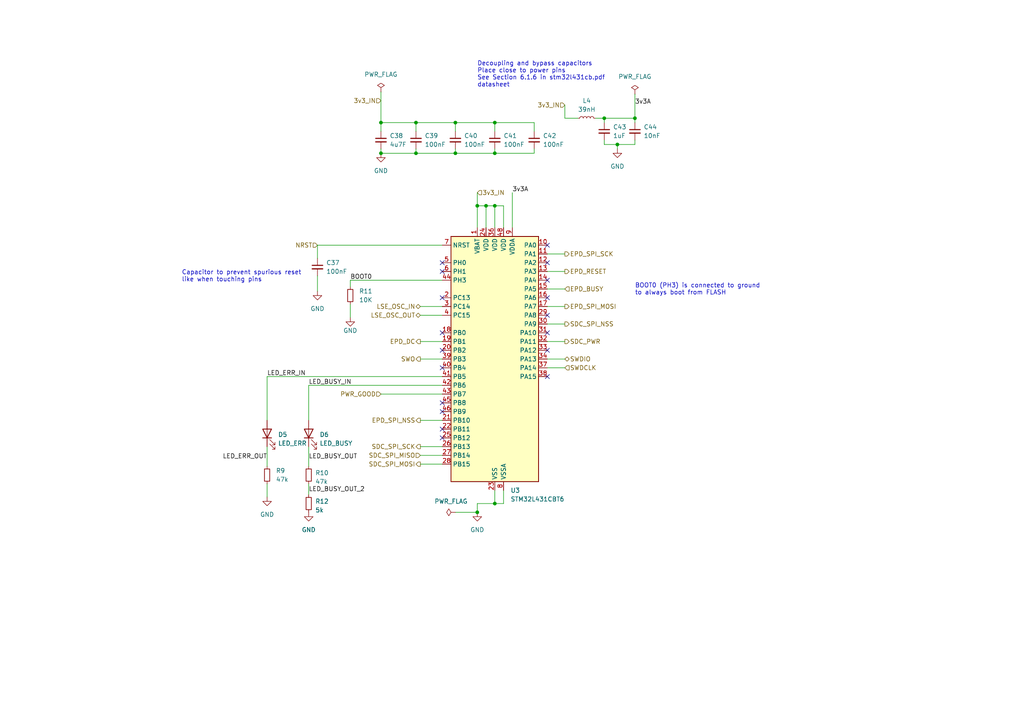
<source format=kicad_sch>
(kicad_sch (version 20230121) (generator eeschema)
  (paper "A4")
  (title_block (title "E-Paper Photo Frame") (date "2023-01-14") (rev "1.0"))
  (lib_symbols
    (symbol "Device:C_Small" (pin_numbers hide) (pin_names (offset 0.254) hide)
      (property "Reference" "C" (at 0.254 1.778 0))
      (property "Value" "C_Small" (at 0.254 -2.032 0))
      (symbol "C_Small_0_1"
        (polyline (pts (xy -1.524 -0.508) (xy 1.524 -0.508)) (stroke (width 0.3302)))
        (polyline (pts (xy -1.524 0.508) (xy 1.524 0.508)) (stroke (width 0.3048)))
      )
      (symbol "C_Small_1_1"
        (pin passive line (at 0 2.54 270) (length 2.032) (name "~") (number "1"))
        (pin passive line (at 0 -2.54 90) (length 2.032) (name "~") (number "2"))
      )
    )
    (symbol "Device:LED" (pin_numbers hide) (pin_names (offset 1.016) hide)
      (property "Reference" "D" (at 0 2.54 0))
      (property "Value" "LED" (at 0 -2.54 0))
      (symbol "LED_0_1"
        (polyline (pts (xy -1.27 -1.27) (xy -1.27 1.27)) (stroke (width 0.254)))
        (polyline (pts (xy -1.27 0) (xy 1.27 0)))
        (polyline (pts (xy 1.27 -1.27) (xy 1.27 1.27) (xy -1.27 0) (xy 1.27 -1.27)) (stroke (width 0.254)))
        (polyline (pts (xy -3.048 -0.762) (xy -4.572 -2.286) (xy -3.81 -2.286) (xy -4.572 -2.286) (xy -4.572 -1.524)))
        (polyline (pts (xy -1.778 -0.762) (xy -3.302 -2.286) (xy -2.54 -2.286) (xy -3.302 -2.286) (xy -3.302 -1.524)))
      )
      (symbol "LED_1_1"
        (pin passive line (at -3.81 0 0) (length 2.54) (name "K") (number "1"))
        (pin passive line (at 3.81 0 180) (length 2.54) (name "A") (number "2"))
      )
    )
    (symbol "Device:L_Small" (pin_numbers hide) (pin_names (offset 0.254) hide)
      (property "Reference" "L" (at 0.762 1.016 0))
      (property "Value" "L_Small" (at 0.762 -1.016 0))
      (symbol "L_Small_0_1"
        (arc (start 0 -2.032) (mid 0.5058 -1.524) (end 0 -1.016))
        (arc (start 0 -1.016) (mid 0.5058 -0.508) (end 0 0))
        (arc (start 0 0) (mid 0.5058 0.508) (end 0 1.016))
        (arc (start 0 1.016) (mid 0.5058 1.524) (end 0 2.032))
      )
      (symbol "L_Small_1_1"
        (pin passive line (at 0 2.54 270) (length 0.508) (name "~") (number "1"))
        (pin passive line (at 0 -2.54 90) (length 0.508) (name "~") (number "2"))
      )
    )
    (symbol "Device:R_Small" (pin_numbers hide) (pin_names (offset 0.254) hide)
      (property "Reference" "R" (at 0.762 0.508 0))
      (property "Value" "R_Small" (at 0.762 -1.016 0))
      (symbol "R_Small_0_1"
        (rectangle (start -0.762 1.778) (end 0.762 -1.778) (stroke (width 0.2032)))
      )
      (symbol "R_Small_1_1"
        (pin passive line (at 0 2.54 270) (length 0.762) (name "~") (number "1"))
        (pin passive line (at 0 -2.54 90) (length 0.762) (name "~") (number "2"))
      )
    )
    (symbol "MCU_ST_STM32L4:STM32L431CBTx"
      (property "Reference" "U" (at -12.7 36.83 0))
      (property "Value" "STM32L431CBTx" (at 7.62 36.83 0))
      (symbol "STM32L431CBTx_0_1"
        (rectangle (start -12.7 -35.56) (end 12.7 35.56) (stroke (width 0.254)) (fill (type background)))
      )
      (symbol "STM32L431CBTx_1_1"
        (pin power_in line (at -5.08 38.1 270) (length 2.54) (name "VBAT") (number "1"))
        (pin bidirectional line (at 15.24 33.02 180) (length 2.54) (name "PA0") (number "10"))
        (pin bidirectional line (at 15.24 30.48 180) (length 2.54) (name "PA1") (number "11"))
        (pin bidirectional line (at 15.24 27.94 180) (length 2.54) (name "PA2") (number "12"))
        (pin bidirectional line (at 15.24 25.4 180) (length 2.54) (name "PA3") (number "13"))
        (pin bidirectional line (at 15.24 22.86 180) (length 2.54) (name "PA4") (number "14"))
        (pin bidirectional line (at 15.24 20.32 180) (length 2.54) (name "PA5") (number "15"))
        (pin bidirectional line (at 15.24 17.78 180) (length 2.54) (name "PA6") (number "16"))
        (pin bidirectional line (at 15.24 15.24 180) (length 2.54) (name "PA7") (number "17"))
        (pin bidirectional line (at -15.24 7.62 0) (length 2.54) (name "PB0") (number "18"))
        (pin bidirectional line (at -15.24 5.08 0) (length 2.54) (name "PB1") (number "19"))
        (pin bidirectional line (at -15.24 17.78 0) (length 2.54) (name "PC13") (number "2"))
        (pin bidirectional line (at -15.24 2.54 0) (length 2.54) (name "PB2") (number "20"))
        (pin bidirectional line (at -15.24 -17.78 0) (length 2.54) (name "PB10") (number "21"))
        (pin bidirectional line (at -15.24 -20.32 0) (length 2.54) (name "PB11") (number "22"))
        (pin power_in line (at 0 -38.1 90) (length 2.54) (name "VSS") (number "23"))
        (pin power_in line (at -2.54 38.1 270) (length 2.54) (name "VDD") (number "24"))
        (pin bidirectional line (at -15.24 -22.86 0) (length 2.54) (name "PB12") (number "25"))
        (pin bidirectional line (at -15.24 -25.4 0) (length 2.54) (name "PB13") (number "26"))
        (pin bidirectional line (at -15.24 -27.94 0) (length 2.54) (name "PB14") (number "27"))
        (pin bidirectional line (at -15.24 -30.48 0) (length 2.54) (name "PB15") (number "28"))
        (pin bidirectional line (at 15.24 12.7 180) (length 2.54) (name "PA8") (number "29"))
        (pin bidirectional line (at -15.24 15.24 0) (length 2.54) (name "PC14") (number "3"))
        (pin bidirectional line (at 15.24 10.16 180) (length 2.54) (name "PA9") (number "30"))
        (pin bidirectional line (at 15.24 7.62 180) (length 2.54) (name "PA10") (number "31"))
        (pin bidirectional line (at 15.24 5.08 180) (length 2.54) (name "PA11") (number "32"))
        (pin bidirectional line (at 15.24 2.54 180) (length 2.54) (name "PA12") (number "33"))
        (pin bidirectional line (at 15.24 0 180) (length 2.54) (name "PA13") (number "34"))
        (pin passive line (at 0 -38.1 90) (length 2.54) hide (name "VSS") (number "35"))
        (pin power_in line (at 0 38.1 270) (length 2.54) (name "VDD") (number "36"))
        (pin bidirectional line (at 15.24 -2.54 180) (length 2.54) (name "PA14") (number "37"))
        (pin bidirectional line (at 15.24 -5.08 180) (length 2.54) (name "PA15") (number "38"))
        (pin bidirectional line (at -15.24 0 0) (length 2.54) (name "PB3") (number "39"))
        (pin bidirectional line (at -15.24 12.7 0) (length 2.54) (name "PC15") (number "4"))
        (pin bidirectional line (at -15.24 -2.54 0) (length 2.54) (name "PB4") (number "40"))
        (pin bidirectional line (at -15.24 -5.08 0) (length 2.54) (name "PB5") (number "41"))
        (pin bidirectional line (at -15.24 -7.62 0) (length 2.54) (name "PB6") (number "42"))
        (pin bidirectional line (at -15.24 -10.16 0) (length 2.54) (name "PB7") (number "43"))
        (pin bidirectional line (at -15.24 22.86 0) (length 2.54) (name "PH3") (number "44"))
        (pin bidirectional line (at -15.24 -12.7 0) (length 2.54) (name "PB8") (number "45"))
        (pin bidirectional line (at -15.24 -15.24 0) (length 2.54) (name "PB9") (number "46"))
        (pin passive line (at 0 -38.1 90) (length 2.54) hide (name "VSS") (number "47"))
        (pin power_in line (at 2.54 38.1 270) (length 2.54) (name "VDD") (number "48"))
        (pin bidirectional line (at -15.24 27.94 0) (length 2.54) (name "PH0") (number "5"))
        (pin bidirectional line (at -15.24 25.4 0) (length 2.54) (name "PH1") (number "6"))
        (pin input line (at -15.24 33.02 0) (length 2.54) (name "NRST") (number "7"))
        (pin power_in line (at 2.54 -38.1 90) (length 2.54) (name "VSSA") (number "8"))
        (pin power_in line (at 5.08 38.1 270) (length 2.54) (name "VDDA") (number "9"))
      )
    )
    (symbol "power:GND" (power) (pin_names (offset 0))
      (property "Value" "GND" (at 0 -3.81 0))
      (symbol "GND_0_1"
        (polyline (pts (xy 0 0) (xy 0 -1.27) (xy 1.27 -1.27) (xy 0 -2.54) (xy -1.27 -1.27) (xy 0 -1.27)))
      )
      (symbol "GND_1_1"
        (pin power_in line (at 0 0 270) (length 0) hide (name "GND") (number "1"))
      )
    )
    (symbol "power:PWR_FLAG" (power) (pin_numbers hide) (pin_names (offset 0) hide)
      (property "Value" "PWR_FLAG" (at 0 3.81 0))
      (symbol "PWR_FLAG_0_0"
        (pin power_out line (at 0 0 90) (length 0) (name "pwr") (number "1"))
      )
      (symbol "PWR_FLAG_0_1"
        (polyline (pts (xy 0 0) (xy 0 1.27) (xy -1.016 1.905) (xy 0 2.54) (xy 1.016 1.905) (xy 0 1.27)))
      )
    )
  )
  (junction (at 143.51 146.05))
  (junction (at 110.49 44.45))
  (junction (at 120.65 44.45))
  (junction (at 143.51 44.45))
  (junction (at 175.26 34.29))
  (junction (at 143.51 35.56))
  (junction (at 132.08 35.56))
  (junction (at 120.65 35.56))
  (junction (at 138.43 59.69))
  (junction (at 143.51 59.69))
  (junction (at 110.49 35.56))
  (junction (at 184.15 34.29))
  (junction (at 132.08 44.45))
  (junction (at 138.43 148.59))
  (junction (at 179.07 41.91))
  (junction (at 140.97 59.69))
  (no_connect (at 128.27 119.38))
  (no_connect (at 158.75 101.6))
  (no_connect (at 128.27 96.52))
  (no_connect (at 128.27 127))
  (no_connect (at 128.27 116.84))
  (no_connect (at 128.27 78.74))
  (no_connect (at 158.75 81.28))
  (no_connect (at 158.75 96.52))
  (no_connect (at 128.27 76.2))
  (no_connect (at 158.75 76.2))
  (no_connect (at 158.75 86.36))
  (no_connect (at 128.27 101.6))
  (no_connect (at 158.75 71.12))
  (no_connect (at 158.75 109.22))
  (no_connect (at 158.75 91.44))
  (no_connect (at 128.27 86.36))
  (no_connect (at 128.27 124.46))
  (no_connect (at 128.27 106.68))
  (wire (pts (xy 77.47 129.54) (xy 77.47 135.255)))
  (wire (pts (xy 143.51 59.69) (xy 143.51 66.04)))
  (wire (pts (xy 143.51 35.56) (xy 143.51 38.1)))
  (wire (pts (xy 121.92 99.06) (xy 128.27 99.06)))
  (wire (pts (xy 110.49 114.3) (xy 128.27 114.3)))
  (wire (pts (xy 175.26 34.29) (xy 175.26 35.56)))
  (wire (pts (xy 154.94 44.45) (xy 143.51 44.45)))
  (wire (pts (xy 146.05 59.69) (xy 143.51 59.69)))
  (wire (pts (xy 158.75 106.68) (xy 163.83 106.68)))
  (wire (pts (xy 132.08 35.56) (xy 132.08 38.1)))
  (wire (pts (xy 158.75 88.9) (xy 163.83 88.9)))
  (wire (pts (xy 158.75 78.74) (xy 163.83 78.74)))
  (wire (pts (xy 121.92 121.92) (xy 128.27 121.92)))
  (wire (pts (xy 77.47 109.22) (xy 128.27 109.22)))
  (wire (pts (xy 89.535 129.54) (xy 89.535 135.255)))
  (wire (pts (xy 110.49 26.67) (xy 110.49 35.56)))
  (wire (pts (xy 121.92 91.44) (xy 128.27 91.44)))
  (wire (pts (xy 184.15 40.64) (xy 184.15 41.91)))
  (wire (pts (xy 101.6 81.28) (xy 128.27 81.28)))
  (wire (pts (xy 138.43 146.05) (xy 138.43 148.59)))
  (wire (pts (xy 143.51 142.24) (xy 143.51 146.05)))
  (wire (pts (xy 110.49 43.18) (xy 110.49 44.45)))
  (wire (pts (xy 121.92 134.62) (xy 128.27 134.62)))
  (wire (pts (xy 167.64 34.29) (xy 163.83 34.29)))
  (wire (pts (xy 140.97 59.69) (xy 140.97 66.04)))
  (wire (pts (xy 158.75 83.82) (xy 163.83 83.82)))
  (wire (pts (xy 154.94 35.56) (xy 143.51 35.56)))
  (wire (pts (xy 121.92 132.08) (xy 128.27 132.08)))
  (wire (pts (xy 89.535 111.76) (xy 128.27 111.76)))
  (wire (pts (xy 148.59 55.88) (xy 148.59 66.04)))
  (wire (pts (xy 89.535 111.76) (xy 89.535 121.92)))
  (wire (pts (xy 179.07 41.91) (xy 179.07 43.18)))
  (wire (pts (xy 132.08 43.18) (xy 132.08 44.45)))
  (wire (pts (xy 77.47 109.22) (xy 77.47 121.92)))
  (wire (pts (xy 158.75 99.06) (xy 163.83 99.06)))
  (wire (pts (xy 101.6 83.185) (xy 101.6 81.28)))
  (wire (pts (xy 175.26 34.29) (xy 184.15 34.29)))
  (wire (pts (xy 138.43 146.05) (xy 143.51 146.05)))
  (wire (pts (xy 146.05 66.04) (xy 146.05 59.69)))
  (wire (pts (xy 121.92 129.54) (xy 128.27 129.54)))
  (wire (pts (xy 175.26 40.64) (xy 175.26 41.91)))
  (wire (pts (xy 120.65 43.18) (xy 120.65 44.45)))
  (wire (pts (xy 92.075 71.12) (xy 128.27 71.12)))
  (wire (pts (xy 154.94 38.1) (xy 154.94 35.56)))
  (wire (pts (xy 121.92 88.9) (xy 128.27 88.9)))
  (wire (pts (xy 77.47 140.335) (xy 77.47 144.145)))
  (wire (pts (xy 158.75 73.66) (xy 163.83 73.66)))
  (wire (pts (xy 146.05 146.05) (xy 143.51 146.05)))
  (wire (pts (xy 143.51 35.56) (xy 132.08 35.56)))
  (wire (pts (xy 163.83 34.29) (xy 163.83 30.48)))
  (wire (pts (xy 92.075 80.01) (xy 92.075 84.455)))
  (wire (pts (xy 143.51 44.45) (xy 132.08 44.45)))
  (wire (pts (xy 132.08 35.56) (xy 120.65 35.56)))
  (wire (pts (xy 92.075 71.12) (xy 92.075 74.93)))
  (wire (pts (xy 138.43 55.88) (xy 138.43 59.69)))
  (wire (pts (xy 120.65 35.56) (xy 120.65 38.1)))
  (wire (pts (xy 143.51 43.18) (xy 143.51 44.45)))
  (wire (pts (xy 120.65 35.56) (xy 110.49 35.56)))
  (wire (pts (xy 110.49 35.56) (xy 110.49 38.1)))
  (wire (pts (xy 158.75 104.14) (xy 163.83 104.14)))
  (wire (pts (xy 101.6 88.265) (xy 101.6 92.075)))
  (wire (pts (xy 146.05 142.24) (xy 146.05 146.05)))
  (wire (pts (xy 132.08 44.45) (xy 120.65 44.45)))
  (wire (pts (xy 132.08 148.59) (xy 138.43 148.59)))
  (wire (pts (xy 140.97 59.69) (xy 138.43 59.69)))
  (wire (pts (xy 154.94 43.18) (xy 154.94 44.45)))
  (wire (pts (xy 184.15 27.305) (xy 184.15 34.29)))
  (wire (pts (xy 89.535 140.335) (xy 89.535 143.51)))
  (wire (pts (xy 120.65 44.45) (xy 110.49 44.45)))
  (wire (pts (xy 121.92 104.14) (xy 128.27 104.14)))
  (wire (pts (xy 138.43 59.69) (xy 138.43 66.04)))
  (wire (pts (xy 143.51 59.69) (xy 140.97 59.69)))
  (wire (pts (xy 158.75 93.98) (xy 163.83 93.98)))
  (wire (pts (xy 175.26 41.91) (xy 179.07 41.91)))
  (wire (pts (xy 172.72 34.29) (xy 175.26 34.29)))
  (wire (pts (xy 184.15 34.29) (xy 184.15 35.56)))
  (wire (pts (xy 184.15 41.91) (xy 179.07 41.91)))
  (text "Capacitor to prevent spurious reset\nlike when touching pins" (at 52.705 81.915 0) (effects (font (size 1.27 1.27)) (justify left bottom)))
  (text "BOOT0 (PH3) is connected to ground\nto always boot from FLASH" (at 184.15 85.725 0) (effects (font (size 1.27 1.27)) (justify left bottom)))
  (text "Decoupling and bypass capacitors\nPlace close to power pins\nSee Section 6.1.6 in stm32l431cb.pdf\ndatasheet" (at 138.43 25.4 0) (effects (font (size 1.27 1.27)) (justify left bottom)))
  (label "LED_BUSY_OUT" (at 89.535 133.35 0))
  (label "BOOT0" (at 101.6 81.28 0))
  (label "3v3A" (at 184.15 30.48 0))
  (label "LED_ERR_OUT" (at 77.47 133.35 180))
  (label "LED_ERR_IN" (at 77.47 109.22 0))
  (label "3v3A" (at 148.59 55.88 0))
  (label "LED_BUSY_IN" (at 89.535 111.76 0))
  (label "LED_BUSY_OUT_2" (at 89.535 142.875 0))
  (hierarchical_label "EPD_SPI_NSS" (shape output) (at 121.92 121.92 180))
  (hierarchical_label "SDC_SPI_NSS" (shape output) (at 163.83 93.98 0))
  (hierarchical_label "3v3_IN" (shape input) (at 163.83 30.48 180))
  (hierarchical_label "SDC_SPI_MOSI" (shape output) (at 121.92 134.62 180))
  (hierarchical_label "3v3_IN" (shape input) (at 110.49 29.21 180))
  (hierarchical_label "EPD_SPI_MOSI" (shape output) (at 163.83 88.9 0))
  (hierarchical_label "SDC_SPI_SCK" (shape output) (at 121.92 129.54 180))
  (hierarchical_label "EPD_RESET" (shape output) (at 163.83 78.74 0))
  (hierarchical_label "EPD_DC" (shape output) (at 121.92 99.06 180))
  (hierarchical_label "SDC_SPI_MISO" (shape input) (at 121.92 132.08 180))
  (hierarchical_label "EPD_SPI_SCK" (shape output) (at 163.83 73.66 0))
  (hierarchical_label "LSE_OSC_IN" (shape bidirectional) (at 121.92 88.9 180))
  (hierarchical_label "SDC_PWR" (shape output) (at 163.83 99.06 0))
  (hierarchical_label "3v3_IN" (shape input) (at 138.43 55.88 0))
  (hierarchical_label "LSE_OSC_OUT" (shape bidirectional) (at 121.92 91.44 180))
  (hierarchical_label "SWDCLK" (shape input) (at 163.83 106.68 0))
  (hierarchical_label "PWR_GOOD" (shape input) (at 110.49 114.3 180))
  (hierarchical_label "SWDIO" (shape bidirectional) (at 163.83 104.14 0))
  (hierarchical_label "NRST" (shape input) (at 92.075 71.12 180))
  (hierarchical_label "SWO" (shape output) (at 121.92 104.14 180))
  (hierarchical_label "EPD_BUSY" (shape input) (at 163.83 83.82 0))
  (symbol (lib_id "Device:C_Small") (at 143.51 40.64 0) (unit 1)
    (property "Reference" "C41" (at 146.05 39.3762 0) (effects (justify left)))
    (property "Value" "100nF" (at 146.05 41.9162 0) (effects (justify left)))
    (property "Footprint" "Capacitor_SMD:C_0603_1608Metric" (effects hide))
    (property "LCSC" "C14663" (effects hide))
  )
  (symbol (lib_id "Device:R_Small") (at 89.535 146.05 0) (unit 1)
    (property "Reference" "R12" (at 91.44 145.415 0) (effects (justify left)))
    (property "Value" "5k" (at 91.44 147.955 0) (effects (justify left)))
    (property "Footprint" "Resistor_SMD:R_1206_3216Metric" (effects hide))
    (property "LCSC" "C870818" (effects hide))
  )
  (symbol (lib_id "MCU_ST_STM32L4:STM32L431CBTx") (at 143.51 104.14 0) (unit 1)
    (property "Reference" "U3" (at 148.0694 142.24 0) (effects (justify left)))
    (property "Value" "STM32L431CBT6" (at 148.0694 144.78 0) (effects (justify left)))
    (property "Footprint" "Package_QFP:LQFP-48_7x7mm_P0.5mm" (effects hide))
    (property "Datasheet" "https://www.st.com/resource/en/datasheet/stm32l431cb.pdf" (effects hide))
    (property "LCSC" "C277951" (effects hide))
  )
  (symbol (lib_id "power:PWR_FLAG") (at 110.49 26.67 0) (unit 1)
    (property "Reference" "#FLG0101" (effects hide))
    (property "Value" "PWR_FLAG" (at 110.49 21.59 0))
  )
  (symbol (lib_id "power:GND") (at 179.07 43.18 0) (unit 1)
    (property "Reference" "#PWR0115" (effects hide))
    (property "Value" "GND" (at 179.07 48.26 0))
  )
  (symbol (lib_id "power:GND") (at 138.43 148.59 0) (unit 1)
    (property "Reference" "#PWR0117" (effects hide))
    (property "Value" "GND" (at 138.43 153.67 0))
  )
  (symbol (lib_id "power:PWR_FLAG") (at 184.15 27.305 0) (unit 1)
    (property "Reference" "#FLG0103" (effects hide))
    (property "Value" "PWR_FLAG" (at 184.15 22.225 0))
  )
  (symbol (lib_id "power:GND") (at 77.47 144.145 0) (unit 1)
    (property "Reference" "#PWR0120" (effects hide))
    (property "Value" "GND" (at 77.47 149.225 0))
  )
  (symbol (lib_id "Device:R_Small") (at 77.47 137.795 0) (unit 1)
    (property "Reference" "R9" (at 80.01 136.5249 0) (effects (justify left)))
    (property "Value" "47k" (at 80.01 139.0649 0) (effects (justify left)))
    (property "Footprint" "Resistor_SMD:R_1210_3225Metric" (effects hide))
    (property "LCSC" "C230465" (effects hide))
  )
  (symbol (lib_id "Device:C_Small") (at 110.49 40.64 0) (unit 1)
    (property "Reference" "C38" (at 113.03 39.3762 0) (effects (justify left)))
    (property "Value" "4u7F" (at 113.03 41.9162 0) (effects (justify left)))
    (property "Footprint" "Capacitor_SMD:C_0603_1608Metric" (effects hide))
    (property "LCSC" "C19666" (effects hide))
  )
  (symbol (lib_id "power:GND") (at 101.6 92.075 0) (unit 1)
    (property "Reference" "#PWR0118" (effects hide))
    (property "Value" "GND" (at 101.6 95.885 0))
  )
  (symbol (lib_id "Device:LED") (at 89.535 125.73 90) (unit 1)
    (property "Reference" "D6" (at 92.71 126.0474 90) (effects (justify right)))
    (property "Value" "LED_BUSY" (at 92.71 128.5874 90) (effects (justify right)))
    (property "Footprint" "LED_THT:LED_D3.0mm" (effects hide))
  )
  (symbol (lib_id "Device:C_Small") (at 184.15 38.1 0) (unit 1)
    (property "Reference" "C44" (at 186.69 36.8362 0) (effects (justify left)))
    (property "Value" "10nF" (at 186.69 39.3762 0) (effects (justify left)))
    (property "Footprint" "Capacitor_SMD:C_0603_1608Metric" (effects hide))
    (property "LCSC" "C57112" (effects hide))
  )
  (symbol (lib_id "Device:LED") (at 77.47 125.73 90) (unit 1)
    (property "Reference" "D5" (at 80.645 126.0474 90) (effects (justify right)))
    (property "Value" "LED_ERR" (at 80.645 128.5874 90) (effects (justify right)))
    (property "Footprint" "LED_THT:LED_D3.0mm" (effects hide))
  )
  (symbol (lib_id "Device:C_Small") (at 132.08 40.64 0) (unit 1)
    (property "Reference" "C40" (at 134.62 39.3762 0) (effects (justify left)))
    (property "Value" "100nF" (at 134.62 41.9162 0) (effects (justify left)))
    (property "Footprint" "Capacitor_SMD:C_0603_1608Metric" (effects hide))
    (property "LCSC" "C14663" (effects hide))
  )
  (symbol (lib_id "Device:C_Small") (at 154.94 40.64 0) (unit 1)
    (property "Reference" "C42" (at 157.48 39.3762 0) (effects (justify left)))
    (property "Value" "100nF" (at 157.48 41.9162 0) (effects (justify left)))
    (property "Footprint" "Capacitor_SMD:C_0603_1608Metric" (effects hide))
    (property "LCSC" "C14663" (effects hide))
  )
  (symbol (lib_id "Device:R_Small") (at 89.535 137.795 0) (unit 1)
    (property "Reference" "R10" (at 91.44 137.16 0) (effects (justify left)))
    (property "Value" "47k" (at 91.44 139.7 0) (effects (justify left)))
    (property "Footprint" "Resistor_SMD:R_1210_3225Metric" (effects hide))
    (property "LCSC" "C230465" (effects hide))
  )
  (symbol (lib_id "power:GND") (at 89.535 148.59 0) (unit 1)
    (property "Reference" "#PWR0121" (effects hide))
    (property "Value" "GND" (at 89.535 153.67 0))
  )
  (symbol (lib_id "power:PWR_FLAG") (at 132.08 148.59 90) (unit 1)
    (property "Reference" "#FLG0105" (effects hide))
    (property "Value" "PWR_FLAG" (at 130.81 145.415 90))
  )
  (symbol (lib_id "power:GND") (at 92.075 84.455 0) (unit 1)
    (property "Reference" "#PWR0116" (effects hide))
    (property "Value" "GND" (at 92.075 89.535 0))
  )
  (symbol (lib_id "Device:R_Small") (at 101.6 85.725 0) (unit 1)
    (property "Reference" "R11" (at 104.14 84.4549 0) (effects (justify left)))
    (property "Value" "10K" (at 104.14 86.9949 0) (effects (justify left)))
    (property "Footprint" "Resistor_SMD:R_0805_2012Metric" (effects hide))
    (property "LCSC" "C510098" (effects hide))
  )
  (symbol (lib_id "Device:C_Small") (at 120.65 40.64 0) (unit 1)
    (property "Reference" "C39" (at 123.19 39.3762 0) (effects (justify left)))
    (property "Value" "100nF" (at 123.19 41.9162 0) (effects (justify left)))
    (property "Footprint" "Capacitor_SMD:C_0603_1608Metric" (effects hide))
    (property "LCSC" "C14663" (effects hide))
  )
  (symbol (lib_id "Device:C_Small") (at 175.26 38.1 0) (unit 1)
    (property "Reference" "C43" (at 177.8 36.8362 0) (effects (justify left)))
    (property "Value" "1uF" (at 177.8 39.3762 0) (effects (justify left)))
    (property "Footprint" "Capacitor_SMD:C_0603_1608Metric" (effects hide))
    (property "LCSC" "C15849" (effects hide))
  )
  (symbol (lib_id "power:GND") (at 110.49 44.45 0) (unit 1)
    (property "Reference" "#PWR0119" (effects hide))
    (property "Value" "GND" (at 110.49 49.53 0))
  )
  (symbol (lib_id "Device:L_Small") (at 170.18 34.29 90) (unit 1)
    (property "Reference" "L4" (at 170.18 29.21 90))
    (property "Value" "39nH" (at 170.18 31.75 90))
    (property "Footprint" "Inductor_SMD:L_0402_1005Metric" (effects hide))
    (property "LCSC" "C440213" (effects hide))
  )
  (symbol (lib_id "Device:C_Small") (at 92.075 77.47 0) (unit 1)
    (property "Reference" "C37" (at 94.615 76.2062 0) (effects (justify left)))
    (property "Value" "100nF" (at 94.615 78.7462 0) (effects (justify left)))
    (property "Footprint" "Capacitor_SMD:C_0603_1608Metric" (effects hide))
    (property "LCSC" "C14663" (effects hide))
  )
)
</source>
